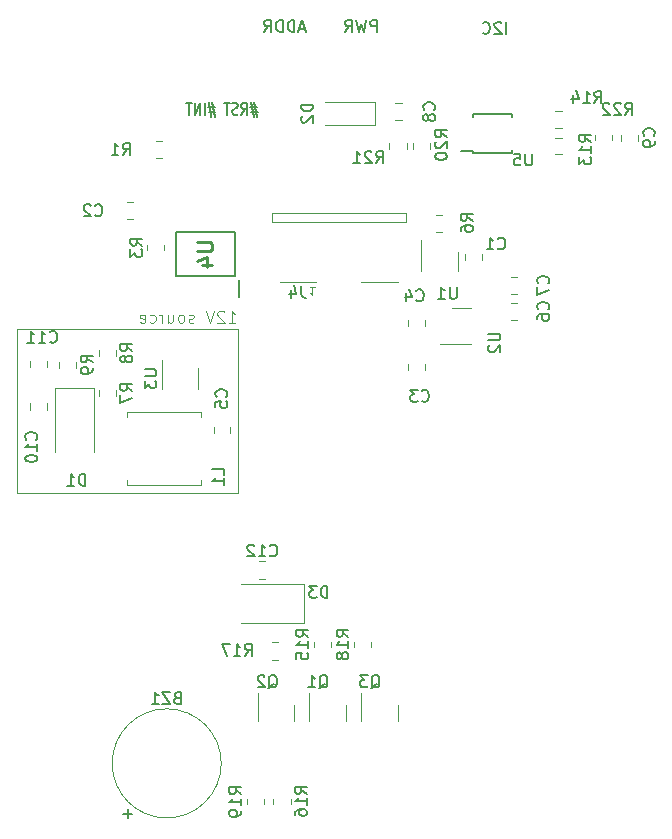
<source format=gbr>
%TF.GenerationSoftware,KiCad,Pcbnew,7.0.5.1-1-g8f565ef7f0-dirty-deb11*%
%TF.CreationDate,2023-07-05T01:41:21+00:00*%
%TF.ProjectId,OLED01,4f4c4544-3031-42e6-9b69-6361645f7063,rev?*%
%TF.SameCoordinates,PX72ba1e0PY737d6e0*%
%TF.FileFunction,Legend,Bot*%
%TF.FilePolarity,Positive*%
%FSLAX46Y46*%
G04 Gerber Fmt 4.6, Leading zero omitted, Abs format (unit mm)*
G04 Created by KiCad (PCBNEW 7.0.5.1-1-g8f565ef7f0-dirty-deb11) date 2023-07-05 01:41:21*
%MOMM*%
%LPD*%
G01*
G04 APERTURE LIST*
%ADD10C,0.120000*%
%ADD11C,0.100000*%
%ADD12C,0.150000*%
%ADD13C,0.254000*%
%ADD14C,0.200000*%
G04 APERTURE END LIST*
D10*
X-1875000Y38800000D02*
X16900000Y38800000D01*
X16900000Y24900000D01*
X-1875000Y24900000D01*
X-1875000Y38800000D01*
D11*
X16076191Y39342581D02*
X16647619Y39342581D01*
X16361905Y39342581D02*
X16361905Y40342581D01*
X16361905Y40342581D02*
X16457143Y40199724D01*
X16457143Y40199724D02*
X16552381Y40104486D01*
X16552381Y40104486D02*
X16647619Y40056867D01*
X15695238Y40247343D02*
X15647619Y40294962D01*
X15647619Y40294962D02*
X15552381Y40342581D01*
X15552381Y40342581D02*
X15314286Y40342581D01*
X15314286Y40342581D02*
X15219048Y40294962D01*
X15219048Y40294962D02*
X15171429Y40247343D01*
X15171429Y40247343D02*
X15123810Y40152105D01*
X15123810Y40152105D02*
X15123810Y40056867D01*
X15123810Y40056867D02*
X15171429Y39914010D01*
X15171429Y39914010D02*
X15742857Y39342581D01*
X15742857Y39342581D02*
X15123810Y39342581D01*
X14838095Y40342581D02*
X14504762Y39342581D01*
X14504762Y39342581D02*
X14171429Y40342581D01*
X13123809Y39390200D02*
X13028571Y39342581D01*
X13028571Y39342581D02*
X12838095Y39342581D01*
X12838095Y39342581D02*
X12742857Y39390200D01*
X12742857Y39390200D02*
X12695238Y39485439D01*
X12695238Y39485439D02*
X12695238Y39533058D01*
X12695238Y39533058D02*
X12742857Y39628296D01*
X12742857Y39628296D02*
X12838095Y39675915D01*
X12838095Y39675915D02*
X12980952Y39675915D01*
X12980952Y39675915D02*
X13076190Y39723534D01*
X13076190Y39723534D02*
X13123809Y39818772D01*
X13123809Y39818772D02*
X13123809Y39866391D01*
X13123809Y39866391D02*
X13076190Y39961629D01*
X13076190Y39961629D02*
X12980952Y40009248D01*
X12980952Y40009248D02*
X12838095Y40009248D01*
X12838095Y40009248D02*
X12742857Y39961629D01*
X12123809Y39342581D02*
X12219047Y39390200D01*
X12219047Y39390200D02*
X12266666Y39437820D01*
X12266666Y39437820D02*
X12314285Y39533058D01*
X12314285Y39533058D02*
X12314285Y39818772D01*
X12314285Y39818772D02*
X12266666Y39914010D01*
X12266666Y39914010D02*
X12219047Y39961629D01*
X12219047Y39961629D02*
X12123809Y40009248D01*
X12123809Y40009248D02*
X11980952Y40009248D01*
X11980952Y40009248D02*
X11885714Y39961629D01*
X11885714Y39961629D02*
X11838095Y39914010D01*
X11838095Y39914010D02*
X11790476Y39818772D01*
X11790476Y39818772D02*
X11790476Y39533058D01*
X11790476Y39533058D02*
X11838095Y39437820D01*
X11838095Y39437820D02*
X11885714Y39390200D01*
X11885714Y39390200D02*
X11980952Y39342581D01*
X11980952Y39342581D02*
X12123809Y39342581D01*
X10933333Y40009248D02*
X10933333Y39342581D01*
X11361904Y40009248D02*
X11361904Y39485439D01*
X11361904Y39485439D02*
X11314285Y39390200D01*
X11314285Y39390200D02*
X11219047Y39342581D01*
X11219047Y39342581D02*
X11076190Y39342581D01*
X11076190Y39342581D02*
X10980952Y39390200D01*
X10980952Y39390200D02*
X10933333Y39437820D01*
X10457142Y39342581D02*
X10457142Y40009248D01*
X10457142Y39818772D02*
X10409523Y39914010D01*
X10409523Y39914010D02*
X10361904Y39961629D01*
X10361904Y39961629D02*
X10266666Y40009248D01*
X10266666Y40009248D02*
X10171428Y40009248D01*
X9409523Y39390200D02*
X9504761Y39342581D01*
X9504761Y39342581D02*
X9695237Y39342581D01*
X9695237Y39342581D02*
X9790475Y39390200D01*
X9790475Y39390200D02*
X9838094Y39437820D01*
X9838094Y39437820D02*
X9885713Y39533058D01*
X9885713Y39533058D02*
X9885713Y39818772D01*
X9885713Y39818772D02*
X9838094Y39914010D01*
X9838094Y39914010D02*
X9790475Y39961629D01*
X9790475Y39961629D02*
X9695237Y40009248D01*
X9695237Y40009248D02*
X9504761Y40009248D01*
X9504761Y40009248D02*
X9409523Y39961629D01*
X8599999Y39390200D02*
X8695237Y39342581D01*
X8695237Y39342581D02*
X8885713Y39342581D01*
X8885713Y39342581D02*
X8980951Y39390200D01*
X8980951Y39390200D02*
X9028570Y39485439D01*
X9028570Y39485439D02*
X9028570Y39866391D01*
X9028570Y39866391D02*
X8980951Y39961629D01*
X8980951Y39961629D02*
X8885713Y40009248D01*
X8885713Y40009248D02*
X8695237Y40009248D01*
X8695237Y40009248D02*
X8599999Y39961629D01*
X8599999Y39961629D02*
X8552380Y39866391D01*
X8552380Y39866391D02*
X8552380Y39771153D01*
X8552380Y39771153D02*
X9028570Y39675915D01*
D12*
X18452381Y57611848D02*
X17880952Y57611848D01*
X18223809Y58040420D02*
X18452381Y56754705D01*
X17957142Y57183277D02*
X18528571Y57183277D01*
X18185714Y56754705D02*
X17957142Y58040420D01*
X17157142Y56945181D02*
X17423809Y57421372D01*
X17614285Y56945181D02*
X17614285Y57945181D01*
X17614285Y57945181D02*
X17309523Y57945181D01*
X17309523Y57945181D02*
X17233333Y57897562D01*
X17233333Y57897562D02*
X17195238Y57849943D01*
X17195238Y57849943D02*
X17157142Y57754705D01*
X17157142Y57754705D02*
X17157142Y57611848D01*
X17157142Y57611848D02*
X17195238Y57516610D01*
X17195238Y57516610D02*
X17233333Y57468991D01*
X17233333Y57468991D02*
X17309523Y57421372D01*
X17309523Y57421372D02*
X17614285Y57421372D01*
X16852381Y56992800D02*
X16738095Y56945181D01*
X16738095Y56945181D02*
X16547619Y56945181D01*
X16547619Y56945181D02*
X16471428Y56992800D01*
X16471428Y56992800D02*
X16433333Y57040420D01*
X16433333Y57040420D02*
X16395238Y57135658D01*
X16395238Y57135658D02*
X16395238Y57230896D01*
X16395238Y57230896D02*
X16433333Y57326134D01*
X16433333Y57326134D02*
X16471428Y57373753D01*
X16471428Y57373753D02*
X16547619Y57421372D01*
X16547619Y57421372D02*
X16700000Y57468991D01*
X16700000Y57468991D02*
X16776190Y57516610D01*
X16776190Y57516610D02*
X16814285Y57564229D01*
X16814285Y57564229D02*
X16852381Y57659467D01*
X16852381Y57659467D02*
X16852381Y57754705D01*
X16852381Y57754705D02*
X16814285Y57849943D01*
X16814285Y57849943D02*
X16776190Y57897562D01*
X16776190Y57897562D02*
X16700000Y57945181D01*
X16700000Y57945181D02*
X16509523Y57945181D01*
X16509523Y57945181D02*
X16395238Y57897562D01*
X16166666Y57945181D02*
X15709523Y57945181D01*
X15938095Y56945181D02*
X15938095Y57945181D01*
X14871428Y57611848D02*
X14299999Y57611848D01*
X14642856Y58040420D02*
X14871428Y56754705D01*
X14376189Y57183277D02*
X14947618Y57183277D01*
X14604761Y56754705D02*
X14376189Y58040420D01*
X14033332Y56945181D02*
X14033332Y57945181D01*
X13652380Y56945181D02*
X13652380Y57945181D01*
X13652380Y57945181D02*
X13195237Y56945181D01*
X13195237Y56945181D02*
X13195237Y57945181D01*
X12928571Y57945181D02*
X12471428Y57945181D01*
X12700000Y56945181D02*
X12700000Y57945181D01*
X39576189Y63795181D02*
X39576189Y64795181D01*
X39147618Y64699943D02*
X39099999Y64747562D01*
X39099999Y64747562D02*
X39004761Y64795181D01*
X39004761Y64795181D02*
X38766666Y64795181D01*
X38766666Y64795181D02*
X38671428Y64747562D01*
X38671428Y64747562D02*
X38623809Y64699943D01*
X38623809Y64699943D02*
X38576190Y64604705D01*
X38576190Y64604705D02*
X38576190Y64509467D01*
X38576190Y64509467D02*
X38623809Y64366610D01*
X38623809Y64366610D02*
X39195237Y63795181D01*
X39195237Y63795181D02*
X38576190Y63795181D01*
X37576190Y63890420D02*
X37623809Y63842800D01*
X37623809Y63842800D02*
X37766666Y63795181D01*
X37766666Y63795181D02*
X37861904Y63795181D01*
X37861904Y63795181D02*
X38004761Y63842800D01*
X38004761Y63842800D02*
X38099999Y63938039D01*
X38099999Y63938039D02*
X38147618Y64033277D01*
X38147618Y64033277D02*
X38195237Y64223753D01*
X38195237Y64223753D02*
X38195237Y64366610D01*
X38195237Y64366610D02*
X38147618Y64557086D01*
X38147618Y64557086D02*
X38099999Y64652324D01*
X38099999Y64652324D02*
X38004761Y64747562D01*
X38004761Y64747562D02*
X37861904Y64795181D01*
X37861904Y64795181D02*
X37766666Y64795181D01*
X37766666Y64795181D02*
X37623809Y64747562D01*
X37623809Y64747562D02*
X37576190Y64699943D01*
X28633332Y63945181D02*
X28633332Y64945181D01*
X28633332Y64945181D02*
X28252380Y64945181D01*
X28252380Y64945181D02*
X28157142Y64897562D01*
X28157142Y64897562D02*
X28109523Y64849943D01*
X28109523Y64849943D02*
X28061904Y64754705D01*
X28061904Y64754705D02*
X28061904Y64611848D01*
X28061904Y64611848D02*
X28109523Y64516610D01*
X28109523Y64516610D02*
X28157142Y64468991D01*
X28157142Y64468991D02*
X28252380Y64421372D01*
X28252380Y64421372D02*
X28633332Y64421372D01*
X27728570Y64945181D02*
X27490475Y63945181D01*
X27490475Y63945181D02*
X27299999Y64659467D01*
X27299999Y64659467D02*
X27109523Y63945181D01*
X27109523Y63945181D02*
X26871428Y64945181D01*
X25919047Y63945181D02*
X26252380Y64421372D01*
X26490475Y63945181D02*
X26490475Y64945181D01*
X26490475Y64945181D02*
X26109523Y64945181D01*
X26109523Y64945181D02*
X26014285Y64897562D01*
X26014285Y64897562D02*
X25966666Y64849943D01*
X25966666Y64849943D02*
X25919047Y64754705D01*
X25919047Y64754705D02*
X25919047Y64611848D01*
X25919047Y64611848D02*
X25966666Y64516610D01*
X25966666Y64516610D02*
X26014285Y64468991D01*
X26014285Y64468991D02*
X26109523Y64421372D01*
X26109523Y64421372D02*
X26490475Y64421372D01*
X22538094Y64230896D02*
X22061904Y64230896D01*
X22633332Y63945181D02*
X22299999Y64945181D01*
X22299999Y64945181D02*
X21966666Y63945181D01*
X21633332Y63945181D02*
X21633332Y64945181D01*
X21633332Y64945181D02*
X21395237Y64945181D01*
X21395237Y64945181D02*
X21252380Y64897562D01*
X21252380Y64897562D02*
X21157142Y64802324D01*
X21157142Y64802324D02*
X21109523Y64707086D01*
X21109523Y64707086D02*
X21061904Y64516610D01*
X21061904Y64516610D02*
X21061904Y64373753D01*
X21061904Y64373753D02*
X21109523Y64183277D01*
X21109523Y64183277D02*
X21157142Y64088039D01*
X21157142Y64088039D02*
X21252380Y63992800D01*
X21252380Y63992800D02*
X21395237Y63945181D01*
X21395237Y63945181D02*
X21633332Y63945181D01*
X20633332Y63945181D02*
X20633332Y64945181D01*
X20633332Y64945181D02*
X20395237Y64945181D01*
X20395237Y64945181D02*
X20252380Y64897562D01*
X20252380Y64897562D02*
X20157142Y64802324D01*
X20157142Y64802324D02*
X20109523Y64707086D01*
X20109523Y64707086D02*
X20061904Y64516610D01*
X20061904Y64516610D02*
X20061904Y64373753D01*
X20061904Y64373753D02*
X20109523Y64183277D01*
X20109523Y64183277D02*
X20157142Y64088039D01*
X20157142Y64088039D02*
X20252380Y63992800D01*
X20252380Y63992800D02*
X20395237Y63945181D01*
X20395237Y63945181D02*
X20633332Y63945181D01*
X19061904Y63945181D02*
X19395237Y64421372D01*
X19633332Y63945181D02*
X19633332Y64945181D01*
X19633332Y64945181D02*
X19252380Y64945181D01*
X19252380Y64945181D02*
X19157142Y64897562D01*
X19157142Y64897562D02*
X19109523Y64849943D01*
X19109523Y64849943D02*
X19061904Y64754705D01*
X19061904Y64754705D02*
X19061904Y64611848D01*
X19061904Y64611848D02*
X19109523Y64516610D01*
X19109523Y64516610D02*
X19157142Y64468991D01*
X19157142Y64468991D02*
X19252380Y64421372D01*
X19252380Y64421372D02*
X19633332Y64421372D01*
%TO.C,R22*%
X49642857Y56945181D02*
X49976190Y57421372D01*
X50214285Y56945181D02*
X50214285Y57945181D01*
X50214285Y57945181D02*
X49833333Y57945181D01*
X49833333Y57945181D02*
X49738095Y57897562D01*
X49738095Y57897562D02*
X49690476Y57849943D01*
X49690476Y57849943D02*
X49642857Y57754705D01*
X49642857Y57754705D02*
X49642857Y57611848D01*
X49642857Y57611848D02*
X49690476Y57516610D01*
X49690476Y57516610D02*
X49738095Y57468991D01*
X49738095Y57468991D02*
X49833333Y57421372D01*
X49833333Y57421372D02*
X50214285Y57421372D01*
X49261904Y57849943D02*
X49214285Y57897562D01*
X49214285Y57897562D02*
X49119047Y57945181D01*
X49119047Y57945181D02*
X48880952Y57945181D01*
X48880952Y57945181D02*
X48785714Y57897562D01*
X48785714Y57897562D02*
X48738095Y57849943D01*
X48738095Y57849943D02*
X48690476Y57754705D01*
X48690476Y57754705D02*
X48690476Y57659467D01*
X48690476Y57659467D02*
X48738095Y57516610D01*
X48738095Y57516610D02*
X49309523Y56945181D01*
X49309523Y56945181D02*
X48690476Y56945181D01*
X48309523Y57849943D02*
X48261904Y57897562D01*
X48261904Y57897562D02*
X48166666Y57945181D01*
X48166666Y57945181D02*
X47928571Y57945181D01*
X47928571Y57945181D02*
X47833333Y57897562D01*
X47833333Y57897562D02*
X47785714Y57849943D01*
X47785714Y57849943D02*
X47738095Y57754705D01*
X47738095Y57754705D02*
X47738095Y57659467D01*
X47738095Y57659467D02*
X47785714Y57516610D01*
X47785714Y57516610D02*
X48357142Y56945181D01*
X48357142Y56945181D02*
X47738095Y56945181D01*
%TO.C,L1*%
X15654819Y26466667D02*
X15654819Y26942857D01*
X15654819Y26942857D02*
X14654819Y26942857D01*
X15654819Y25609524D02*
X15654819Y26180952D01*
X15654819Y25895238D02*
X14654819Y25895238D01*
X14654819Y25895238D02*
X14797676Y25990476D01*
X14797676Y25990476D02*
X14892914Y26085714D01*
X14892914Y26085714D02*
X14940533Y26180952D01*
%TO.C,R19*%
X17129819Y-582142D02*
X16653628Y-248809D01*
X17129819Y-10714D02*
X16129819Y-10714D01*
X16129819Y-10714D02*
X16129819Y-391666D01*
X16129819Y-391666D02*
X16177438Y-486904D01*
X16177438Y-486904D02*
X16225057Y-534523D01*
X16225057Y-534523D02*
X16320295Y-582142D01*
X16320295Y-582142D02*
X16463152Y-582142D01*
X16463152Y-582142D02*
X16558390Y-534523D01*
X16558390Y-534523D02*
X16606009Y-486904D01*
X16606009Y-486904D02*
X16653628Y-391666D01*
X16653628Y-391666D02*
X16653628Y-10714D01*
X17129819Y-1534523D02*
X17129819Y-963095D01*
X17129819Y-1248809D02*
X16129819Y-1248809D01*
X16129819Y-1248809D02*
X16272676Y-1153571D01*
X16272676Y-1153571D02*
X16367914Y-1058333D01*
X16367914Y-1058333D02*
X16415533Y-963095D01*
X17129819Y-2010714D02*
X17129819Y-2201190D01*
X17129819Y-2201190D02*
X17082200Y-2296428D01*
X17082200Y-2296428D02*
X17034580Y-2344047D01*
X17034580Y-2344047D02*
X16891723Y-2439285D01*
X16891723Y-2439285D02*
X16701247Y-2486904D01*
X16701247Y-2486904D02*
X16320295Y-2486904D01*
X16320295Y-2486904D02*
X16225057Y-2439285D01*
X16225057Y-2439285D02*
X16177438Y-2391666D01*
X16177438Y-2391666D02*
X16129819Y-2296428D01*
X16129819Y-2296428D02*
X16129819Y-2105952D01*
X16129819Y-2105952D02*
X16177438Y-2010714D01*
X16177438Y-2010714D02*
X16225057Y-1963095D01*
X16225057Y-1963095D02*
X16320295Y-1915476D01*
X16320295Y-1915476D02*
X16558390Y-1915476D01*
X16558390Y-1915476D02*
X16653628Y-1963095D01*
X16653628Y-1963095D02*
X16701247Y-2010714D01*
X16701247Y-2010714D02*
X16748866Y-2105952D01*
X16748866Y-2105952D02*
X16748866Y-2296428D01*
X16748866Y-2296428D02*
X16701247Y-2391666D01*
X16701247Y-2391666D02*
X16653628Y-2439285D01*
X16653628Y-2439285D02*
X16558390Y-2486904D01*
%TO.C,U3*%
X8955160Y35385552D02*
X9764683Y35385552D01*
X9764683Y35385552D02*
X9859921Y35337933D01*
X9859921Y35337933D02*
X9907541Y35290314D01*
X9907541Y35290314D02*
X9955160Y35195076D01*
X9955160Y35195076D02*
X9955160Y35004600D01*
X9955160Y35004600D02*
X9907541Y34909362D01*
X9907541Y34909362D02*
X9859921Y34861743D01*
X9859921Y34861743D02*
X9764683Y34814124D01*
X9764683Y34814124D02*
X8955160Y34814124D01*
X8955160Y34433171D02*
X8955160Y33814124D01*
X8955160Y33814124D02*
X9336112Y34147457D01*
X9336112Y34147457D02*
X9336112Y34004600D01*
X9336112Y34004600D02*
X9383731Y33909362D01*
X9383731Y33909362D02*
X9431350Y33861743D01*
X9431350Y33861743D02*
X9526588Y33814124D01*
X9526588Y33814124D02*
X9764683Y33814124D01*
X9764683Y33814124D02*
X9859921Y33861743D01*
X9859921Y33861743D02*
X9907541Y33909362D01*
X9907541Y33909362D02*
X9955160Y34004600D01*
X9955160Y34004600D02*
X9955160Y34290314D01*
X9955160Y34290314D02*
X9907541Y34385552D01*
X9907541Y34385552D02*
X9859921Y34433171D01*
%TO.C,Q1*%
X23720238Y8374943D02*
X23815476Y8422562D01*
X23815476Y8422562D02*
X23910714Y8517800D01*
X23910714Y8517800D02*
X24053571Y8660658D01*
X24053571Y8660658D02*
X24148809Y8708277D01*
X24148809Y8708277D02*
X24244047Y8708277D01*
X24196428Y8470181D02*
X24291666Y8517800D01*
X24291666Y8517800D02*
X24386904Y8613039D01*
X24386904Y8613039D02*
X24434523Y8803515D01*
X24434523Y8803515D02*
X24434523Y9136848D01*
X24434523Y9136848D02*
X24386904Y9327324D01*
X24386904Y9327324D02*
X24291666Y9422562D01*
X24291666Y9422562D02*
X24196428Y9470181D01*
X24196428Y9470181D02*
X24005952Y9470181D01*
X24005952Y9470181D02*
X23910714Y9422562D01*
X23910714Y9422562D02*
X23815476Y9327324D01*
X23815476Y9327324D02*
X23767857Y9136848D01*
X23767857Y9136848D02*
X23767857Y8803515D01*
X23767857Y8803515D02*
X23815476Y8613039D01*
X23815476Y8613039D02*
X23910714Y8517800D01*
X23910714Y8517800D02*
X24005952Y8470181D01*
X24005952Y8470181D02*
X24196428Y8470181D01*
X22815476Y8470181D02*
X23386904Y8470181D01*
X23101190Y8470181D02*
X23101190Y9470181D01*
X23101190Y9470181D02*
X23196428Y9327324D01*
X23196428Y9327324D02*
X23291666Y9232086D01*
X23291666Y9232086D02*
X23386904Y9184467D01*
%TO.C,C4*%
X31966666Y41240420D02*
X32014285Y41192800D01*
X32014285Y41192800D02*
X32157142Y41145181D01*
X32157142Y41145181D02*
X32252380Y41145181D01*
X32252380Y41145181D02*
X32395237Y41192800D01*
X32395237Y41192800D02*
X32490475Y41288039D01*
X32490475Y41288039D02*
X32538094Y41383277D01*
X32538094Y41383277D02*
X32585713Y41573753D01*
X32585713Y41573753D02*
X32585713Y41716610D01*
X32585713Y41716610D02*
X32538094Y41907086D01*
X32538094Y41907086D02*
X32490475Y42002324D01*
X32490475Y42002324D02*
X32395237Y42097562D01*
X32395237Y42097562D02*
X32252380Y42145181D01*
X32252380Y42145181D02*
X32157142Y42145181D01*
X32157142Y42145181D02*
X32014285Y42097562D01*
X32014285Y42097562D02*
X31966666Y42049943D01*
X31109523Y41811848D02*
X31109523Y41145181D01*
X31347618Y42192800D02*
X31585713Y41478515D01*
X31585713Y41478515D02*
X30966666Y41478515D01*
%TO.C,R1*%
X7104167Y53545181D02*
X7437500Y54021372D01*
X7675595Y53545181D02*
X7675595Y54545181D01*
X7675595Y54545181D02*
X7294643Y54545181D01*
X7294643Y54545181D02*
X7199405Y54497562D01*
X7199405Y54497562D02*
X7151786Y54449943D01*
X7151786Y54449943D02*
X7104167Y54354705D01*
X7104167Y54354705D02*
X7104167Y54211848D01*
X7104167Y54211848D02*
X7151786Y54116610D01*
X7151786Y54116610D02*
X7199405Y54068991D01*
X7199405Y54068991D02*
X7294643Y54021372D01*
X7294643Y54021372D02*
X7675595Y54021372D01*
X6151786Y53545181D02*
X6723214Y53545181D01*
X6437500Y53545181D02*
X6437500Y54545181D01*
X6437500Y54545181D02*
X6532738Y54402324D01*
X6532738Y54402324D02*
X6627976Y54307086D01*
X6627976Y54307086D02*
X6723214Y54259467D01*
%TO.C,D2*%
X23204819Y57788095D02*
X22204819Y57788095D01*
X22204819Y57788095D02*
X22204819Y57550000D01*
X22204819Y57550000D02*
X22252438Y57407143D01*
X22252438Y57407143D02*
X22347676Y57311905D01*
X22347676Y57311905D02*
X22442914Y57264286D01*
X22442914Y57264286D02*
X22633390Y57216667D01*
X22633390Y57216667D02*
X22776247Y57216667D01*
X22776247Y57216667D02*
X22966723Y57264286D01*
X22966723Y57264286D02*
X23061961Y57311905D01*
X23061961Y57311905D02*
X23157200Y57407143D01*
X23157200Y57407143D02*
X23204819Y57550000D01*
X23204819Y57550000D02*
X23204819Y57788095D01*
X22300057Y56835714D02*
X22252438Y56788095D01*
X22252438Y56788095D02*
X22204819Y56692857D01*
X22204819Y56692857D02*
X22204819Y56454762D01*
X22204819Y56454762D02*
X22252438Y56359524D01*
X22252438Y56359524D02*
X22300057Y56311905D01*
X22300057Y56311905D02*
X22395295Y56264286D01*
X22395295Y56264286D02*
X22490533Y56264286D01*
X22490533Y56264286D02*
X22633390Y56311905D01*
X22633390Y56311905D02*
X23204819Y56883333D01*
X23204819Y56883333D02*
X23204819Y56264286D01*
%TO.C,C8*%
X33459580Y57366667D02*
X33507200Y57414286D01*
X33507200Y57414286D02*
X33554819Y57557143D01*
X33554819Y57557143D02*
X33554819Y57652381D01*
X33554819Y57652381D02*
X33507200Y57795238D01*
X33507200Y57795238D02*
X33411961Y57890476D01*
X33411961Y57890476D02*
X33316723Y57938095D01*
X33316723Y57938095D02*
X33126247Y57985714D01*
X33126247Y57985714D02*
X32983390Y57985714D01*
X32983390Y57985714D02*
X32792914Y57938095D01*
X32792914Y57938095D02*
X32697676Y57890476D01*
X32697676Y57890476D02*
X32602438Y57795238D01*
X32602438Y57795238D02*
X32554819Y57652381D01*
X32554819Y57652381D02*
X32554819Y57557143D01*
X32554819Y57557143D02*
X32602438Y57414286D01*
X32602438Y57414286D02*
X32650057Y57366667D01*
X32983390Y56795238D02*
X32935771Y56890476D01*
X32935771Y56890476D02*
X32888152Y56938095D01*
X32888152Y56938095D02*
X32792914Y56985714D01*
X32792914Y56985714D02*
X32745295Y56985714D01*
X32745295Y56985714D02*
X32650057Y56938095D01*
X32650057Y56938095D02*
X32602438Y56890476D01*
X32602438Y56890476D02*
X32554819Y56795238D01*
X32554819Y56795238D02*
X32554819Y56604762D01*
X32554819Y56604762D02*
X32602438Y56509524D01*
X32602438Y56509524D02*
X32650057Y56461905D01*
X32650057Y56461905D02*
X32745295Y56414286D01*
X32745295Y56414286D02*
X32792914Y56414286D01*
X32792914Y56414286D02*
X32888152Y56461905D01*
X32888152Y56461905D02*
X32935771Y56509524D01*
X32935771Y56509524D02*
X32983390Y56604762D01*
X32983390Y56604762D02*
X32983390Y56795238D01*
X32983390Y56795238D02*
X33031009Y56890476D01*
X33031009Y56890476D02*
X33078628Y56938095D01*
X33078628Y56938095D02*
X33173866Y56985714D01*
X33173866Y56985714D02*
X33364342Y56985714D01*
X33364342Y56985714D02*
X33459580Y56938095D01*
X33459580Y56938095D02*
X33507200Y56890476D01*
X33507200Y56890476D02*
X33554819Y56795238D01*
X33554819Y56795238D02*
X33554819Y56604762D01*
X33554819Y56604762D02*
X33507200Y56509524D01*
X33507200Y56509524D02*
X33459580Y56461905D01*
X33459580Y56461905D02*
X33364342Y56414286D01*
X33364342Y56414286D02*
X33173866Y56414286D01*
X33173866Y56414286D02*
X33078628Y56461905D01*
X33078628Y56461905D02*
X33031009Y56509524D01*
X33031009Y56509524D02*
X32983390Y56604762D01*
%TO.C,R13*%
X46754819Y54642858D02*
X46278628Y54976191D01*
X46754819Y55214286D02*
X45754819Y55214286D01*
X45754819Y55214286D02*
X45754819Y54833334D01*
X45754819Y54833334D02*
X45802438Y54738096D01*
X45802438Y54738096D02*
X45850057Y54690477D01*
X45850057Y54690477D02*
X45945295Y54642858D01*
X45945295Y54642858D02*
X46088152Y54642858D01*
X46088152Y54642858D02*
X46183390Y54690477D01*
X46183390Y54690477D02*
X46231009Y54738096D01*
X46231009Y54738096D02*
X46278628Y54833334D01*
X46278628Y54833334D02*
X46278628Y55214286D01*
X46754819Y53690477D02*
X46754819Y54261905D01*
X46754819Y53976191D02*
X45754819Y53976191D01*
X45754819Y53976191D02*
X45897676Y54071429D01*
X45897676Y54071429D02*
X45992914Y54166667D01*
X45992914Y54166667D02*
X46040533Y54261905D01*
X45754819Y53357143D02*
X45754819Y52738096D01*
X45754819Y52738096D02*
X46135771Y53071429D01*
X46135771Y53071429D02*
X46135771Y52928572D01*
X46135771Y52928572D02*
X46183390Y52833334D01*
X46183390Y52833334D02*
X46231009Y52785715D01*
X46231009Y52785715D02*
X46326247Y52738096D01*
X46326247Y52738096D02*
X46564342Y52738096D01*
X46564342Y52738096D02*
X46659580Y52785715D01*
X46659580Y52785715D02*
X46707200Y52833334D01*
X46707200Y52833334D02*
X46754819Y52928572D01*
X46754819Y52928572D02*
X46754819Y53214286D01*
X46754819Y53214286D02*
X46707200Y53309524D01*
X46707200Y53309524D02*
X46659580Y53357143D01*
%TO.C,D1*%
X3938094Y25545181D02*
X3938094Y26545181D01*
X3938094Y26545181D02*
X3699999Y26545181D01*
X3699999Y26545181D02*
X3557142Y26497562D01*
X3557142Y26497562D02*
X3461904Y26402324D01*
X3461904Y26402324D02*
X3414285Y26307086D01*
X3414285Y26307086D02*
X3366666Y26116610D01*
X3366666Y26116610D02*
X3366666Y25973753D01*
X3366666Y25973753D02*
X3414285Y25783277D01*
X3414285Y25783277D02*
X3461904Y25688039D01*
X3461904Y25688039D02*
X3557142Y25592800D01*
X3557142Y25592800D02*
X3699999Y25545181D01*
X3699999Y25545181D02*
X3938094Y25545181D01*
X2414285Y25545181D02*
X2985713Y25545181D01*
X2699999Y25545181D02*
X2699999Y26545181D01*
X2699999Y26545181D02*
X2795237Y26402324D01*
X2795237Y26402324D02*
X2890475Y26307086D01*
X2890475Y26307086D02*
X2985713Y26259467D01*
%TO.C,U2*%
X38067319Y38411905D02*
X38876842Y38411905D01*
X38876842Y38411905D02*
X38972080Y38364286D01*
X38972080Y38364286D02*
X39019700Y38316667D01*
X39019700Y38316667D02*
X39067319Y38221429D01*
X39067319Y38221429D02*
X39067319Y38030953D01*
X39067319Y38030953D02*
X39019700Y37935715D01*
X39019700Y37935715D02*
X38972080Y37888096D01*
X38972080Y37888096D02*
X38876842Y37840477D01*
X38876842Y37840477D02*
X38067319Y37840477D01*
X38162557Y37411905D02*
X38114938Y37364286D01*
X38114938Y37364286D02*
X38067319Y37269048D01*
X38067319Y37269048D02*
X38067319Y37030953D01*
X38067319Y37030953D02*
X38114938Y36935715D01*
X38114938Y36935715D02*
X38162557Y36888096D01*
X38162557Y36888096D02*
X38257795Y36840477D01*
X38257795Y36840477D02*
X38353033Y36840477D01*
X38353033Y36840477D02*
X38495890Y36888096D01*
X38495890Y36888096D02*
X39067319Y37459524D01*
X39067319Y37459524D02*
X39067319Y36840477D01*
%TO.C,R20*%
X34554819Y55042858D02*
X34078628Y55376191D01*
X34554819Y55614286D02*
X33554819Y55614286D01*
X33554819Y55614286D02*
X33554819Y55233334D01*
X33554819Y55233334D02*
X33602438Y55138096D01*
X33602438Y55138096D02*
X33650057Y55090477D01*
X33650057Y55090477D02*
X33745295Y55042858D01*
X33745295Y55042858D02*
X33888152Y55042858D01*
X33888152Y55042858D02*
X33983390Y55090477D01*
X33983390Y55090477D02*
X34031009Y55138096D01*
X34031009Y55138096D02*
X34078628Y55233334D01*
X34078628Y55233334D02*
X34078628Y55614286D01*
X33650057Y54661905D02*
X33602438Y54614286D01*
X33602438Y54614286D02*
X33554819Y54519048D01*
X33554819Y54519048D02*
X33554819Y54280953D01*
X33554819Y54280953D02*
X33602438Y54185715D01*
X33602438Y54185715D02*
X33650057Y54138096D01*
X33650057Y54138096D02*
X33745295Y54090477D01*
X33745295Y54090477D02*
X33840533Y54090477D01*
X33840533Y54090477D02*
X33983390Y54138096D01*
X33983390Y54138096D02*
X34554819Y54709524D01*
X34554819Y54709524D02*
X34554819Y54090477D01*
X33554819Y53471429D02*
X33554819Y53376191D01*
X33554819Y53376191D02*
X33602438Y53280953D01*
X33602438Y53280953D02*
X33650057Y53233334D01*
X33650057Y53233334D02*
X33745295Y53185715D01*
X33745295Y53185715D02*
X33935771Y53138096D01*
X33935771Y53138096D02*
X34173866Y53138096D01*
X34173866Y53138096D02*
X34364342Y53185715D01*
X34364342Y53185715D02*
X34459580Y53233334D01*
X34459580Y53233334D02*
X34507200Y53280953D01*
X34507200Y53280953D02*
X34554819Y53376191D01*
X34554819Y53376191D02*
X34554819Y53471429D01*
X34554819Y53471429D02*
X34507200Y53566667D01*
X34507200Y53566667D02*
X34459580Y53614286D01*
X34459580Y53614286D02*
X34364342Y53661905D01*
X34364342Y53661905D02*
X34173866Y53709524D01*
X34173866Y53709524D02*
X33935771Y53709524D01*
X33935771Y53709524D02*
X33745295Y53661905D01*
X33745295Y53661905D02*
X33650057Y53614286D01*
X33650057Y53614286D02*
X33602438Y53566667D01*
X33602438Y53566667D02*
X33554819Y53471429D01*
%TO.C,R17*%
X17442857Y11145181D02*
X17776190Y11621372D01*
X18014285Y11145181D02*
X18014285Y12145181D01*
X18014285Y12145181D02*
X17633333Y12145181D01*
X17633333Y12145181D02*
X17538095Y12097562D01*
X17538095Y12097562D02*
X17490476Y12049943D01*
X17490476Y12049943D02*
X17442857Y11954705D01*
X17442857Y11954705D02*
X17442857Y11811848D01*
X17442857Y11811848D02*
X17490476Y11716610D01*
X17490476Y11716610D02*
X17538095Y11668991D01*
X17538095Y11668991D02*
X17633333Y11621372D01*
X17633333Y11621372D02*
X18014285Y11621372D01*
X16490476Y11145181D02*
X17061904Y11145181D01*
X16776190Y11145181D02*
X16776190Y12145181D01*
X16776190Y12145181D02*
X16871428Y12002324D01*
X16871428Y12002324D02*
X16966666Y11907086D01*
X16966666Y11907086D02*
X17061904Y11859467D01*
X16157142Y12145181D02*
X15490476Y12145181D01*
X15490476Y12145181D02*
X15919047Y11145181D01*
%TO.C,J4*%
X22233333Y42445181D02*
X22233333Y41730896D01*
X22233333Y41730896D02*
X22280952Y41588039D01*
X22280952Y41588039D02*
X22376190Y41492800D01*
X22376190Y41492800D02*
X22519047Y41445181D01*
X22519047Y41445181D02*
X22614285Y41445181D01*
X21328571Y42111848D02*
X21328571Y41445181D01*
X21566666Y42492800D02*
X21804761Y41778515D01*
X21804761Y41778515D02*
X21185714Y41778515D01*
D11*
X23350000Y42368634D02*
X22950000Y42368634D01*
X23150000Y42368634D02*
X23150000Y41668634D01*
X23150000Y41668634D02*
X23083333Y41768634D01*
X23083333Y41768634D02*
X23016667Y41835300D01*
X23016667Y41835300D02*
X22950000Y41868634D01*
D12*
%TO.C,U5*%
X41761904Y53645181D02*
X41761904Y52835658D01*
X41761904Y52835658D02*
X41714285Y52740420D01*
X41714285Y52740420D02*
X41666666Y52692800D01*
X41666666Y52692800D02*
X41571428Y52645181D01*
X41571428Y52645181D02*
X41380952Y52645181D01*
X41380952Y52645181D02*
X41285714Y52692800D01*
X41285714Y52692800D02*
X41238095Y52740420D01*
X41238095Y52740420D02*
X41190476Y52835658D01*
X41190476Y52835658D02*
X41190476Y53645181D01*
X40238095Y53645181D02*
X40714285Y53645181D01*
X40714285Y53645181D02*
X40761904Y53168991D01*
X40761904Y53168991D02*
X40714285Y53216610D01*
X40714285Y53216610D02*
X40619047Y53264229D01*
X40619047Y53264229D02*
X40380952Y53264229D01*
X40380952Y53264229D02*
X40285714Y53216610D01*
X40285714Y53216610D02*
X40238095Y53168991D01*
X40238095Y53168991D02*
X40190476Y53073753D01*
X40190476Y53073753D02*
X40190476Y52835658D01*
X40190476Y52835658D02*
X40238095Y52740420D01*
X40238095Y52740420D02*
X40285714Y52692800D01*
X40285714Y52692800D02*
X40380952Y52645181D01*
X40380952Y52645181D02*
X40619047Y52645181D01*
X40619047Y52645181D02*
X40714285Y52692800D01*
X40714285Y52692800D02*
X40761904Y52740420D01*
%TO.C,R15*%
X22804819Y12730358D02*
X22328628Y13063691D01*
X22804819Y13301786D02*
X21804819Y13301786D01*
X21804819Y13301786D02*
X21804819Y12920834D01*
X21804819Y12920834D02*
X21852438Y12825596D01*
X21852438Y12825596D02*
X21900057Y12777977D01*
X21900057Y12777977D02*
X21995295Y12730358D01*
X21995295Y12730358D02*
X22138152Y12730358D01*
X22138152Y12730358D02*
X22233390Y12777977D01*
X22233390Y12777977D02*
X22281009Y12825596D01*
X22281009Y12825596D02*
X22328628Y12920834D01*
X22328628Y12920834D02*
X22328628Y13301786D01*
X22804819Y11777977D02*
X22804819Y12349405D01*
X22804819Y12063691D02*
X21804819Y12063691D01*
X21804819Y12063691D02*
X21947676Y12158929D01*
X21947676Y12158929D02*
X22042914Y12254167D01*
X22042914Y12254167D02*
X22090533Y12349405D01*
X21804819Y10873215D02*
X21804819Y11349405D01*
X21804819Y11349405D02*
X22281009Y11397024D01*
X22281009Y11397024D02*
X22233390Y11349405D01*
X22233390Y11349405D02*
X22185771Y11254167D01*
X22185771Y11254167D02*
X22185771Y11016072D01*
X22185771Y11016072D02*
X22233390Y10920834D01*
X22233390Y10920834D02*
X22281009Y10873215D01*
X22281009Y10873215D02*
X22376247Y10825596D01*
X22376247Y10825596D02*
X22614342Y10825596D01*
X22614342Y10825596D02*
X22709580Y10873215D01*
X22709580Y10873215D02*
X22757200Y10920834D01*
X22757200Y10920834D02*
X22804819Y11016072D01*
X22804819Y11016072D02*
X22804819Y11254167D01*
X22804819Y11254167D02*
X22757200Y11349405D01*
X22757200Y11349405D02*
X22709580Y11397024D01*
%TO.C,R7*%
X7904819Y33566667D02*
X7428628Y33900000D01*
X7904819Y34138095D02*
X6904819Y34138095D01*
X6904819Y34138095D02*
X6904819Y33757143D01*
X6904819Y33757143D02*
X6952438Y33661905D01*
X6952438Y33661905D02*
X7000057Y33614286D01*
X7000057Y33614286D02*
X7095295Y33566667D01*
X7095295Y33566667D02*
X7238152Y33566667D01*
X7238152Y33566667D02*
X7333390Y33614286D01*
X7333390Y33614286D02*
X7381009Y33661905D01*
X7381009Y33661905D02*
X7428628Y33757143D01*
X7428628Y33757143D02*
X7428628Y34138095D01*
X6904819Y33233333D02*
X6904819Y32566667D01*
X6904819Y32566667D02*
X7904819Y32995238D01*
%TO.C,Q2*%
X19420238Y8374943D02*
X19515476Y8422562D01*
X19515476Y8422562D02*
X19610714Y8517800D01*
X19610714Y8517800D02*
X19753571Y8660658D01*
X19753571Y8660658D02*
X19848809Y8708277D01*
X19848809Y8708277D02*
X19944047Y8708277D01*
X19896428Y8470181D02*
X19991666Y8517800D01*
X19991666Y8517800D02*
X20086904Y8613039D01*
X20086904Y8613039D02*
X20134523Y8803515D01*
X20134523Y8803515D02*
X20134523Y9136848D01*
X20134523Y9136848D02*
X20086904Y9327324D01*
X20086904Y9327324D02*
X19991666Y9422562D01*
X19991666Y9422562D02*
X19896428Y9470181D01*
X19896428Y9470181D02*
X19705952Y9470181D01*
X19705952Y9470181D02*
X19610714Y9422562D01*
X19610714Y9422562D02*
X19515476Y9327324D01*
X19515476Y9327324D02*
X19467857Y9136848D01*
X19467857Y9136848D02*
X19467857Y8803515D01*
X19467857Y8803515D02*
X19515476Y8613039D01*
X19515476Y8613039D02*
X19610714Y8517800D01*
X19610714Y8517800D02*
X19705952Y8470181D01*
X19705952Y8470181D02*
X19896428Y8470181D01*
X19086904Y9374943D02*
X19039285Y9422562D01*
X19039285Y9422562D02*
X18944047Y9470181D01*
X18944047Y9470181D02*
X18705952Y9470181D01*
X18705952Y9470181D02*
X18610714Y9422562D01*
X18610714Y9422562D02*
X18563095Y9374943D01*
X18563095Y9374943D02*
X18515476Y9279705D01*
X18515476Y9279705D02*
X18515476Y9184467D01*
X18515476Y9184467D02*
X18563095Y9041610D01*
X18563095Y9041610D02*
X19134523Y8470181D01*
X19134523Y8470181D02*
X18515476Y8470181D01*
%TO.C,C7*%
X43109581Y42666667D02*
X43157201Y42714286D01*
X43157201Y42714286D02*
X43204820Y42857143D01*
X43204820Y42857143D02*
X43204820Y42952381D01*
X43204820Y42952381D02*
X43157201Y43095238D01*
X43157201Y43095238D02*
X43061962Y43190476D01*
X43061962Y43190476D02*
X42966724Y43238095D01*
X42966724Y43238095D02*
X42776248Y43285714D01*
X42776248Y43285714D02*
X42633391Y43285714D01*
X42633391Y43285714D02*
X42442915Y43238095D01*
X42442915Y43238095D02*
X42347677Y43190476D01*
X42347677Y43190476D02*
X42252439Y43095238D01*
X42252439Y43095238D02*
X42204820Y42952381D01*
X42204820Y42952381D02*
X42204820Y42857143D01*
X42204820Y42857143D02*
X42252439Y42714286D01*
X42252439Y42714286D02*
X42300058Y42666667D01*
X42204820Y42333333D02*
X42204820Y41666667D01*
X42204820Y41666667D02*
X43204820Y42095238D01*
%TO.C,C11*%
X942857Y37740420D02*
X990476Y37692800D01*
X990476Y37692800D02*
X1133333Y37645181D01*
X1133333Y37645181D02*
X1228571Y37645181D01*
X1228571Y37645181D02*
X1371428Y37692800D01*
X1371428Y37692800D02*
X1466666Y37788039D01*
X1466666Y37788039D02*
X1514285Y37883277D01*
X1514285Y37883277D02*
X1561904Y38073753D01*
X1561904Y38073753D02*
X1561904Y38216610D01*
X1561904Y38216610D02*
X1514285Y38407086D01*
X1514285Y38407086D02*
X1466666Y38502324D01*
X1466666Y38502324D02*
X1371428Y38597562D01*
X1371428Y38597562D02*
X1228571Y38645181D01*
X1228571Y38645181D02*
X1133333Y38645181D01*
X1133333Y38645181D02*
X990476Y38597562D01*
X990476Y38597562D02*
X942857Y38549943D01*
X-9524Y37645181D02*
X561904Y37645181D01*
X276190Y37645181D02*
X276190Y38645181D01*
X276190Y38645181D02*
X371428Y38502324D01*
X371428Y38502324D02*
X466666Y38407086D01*
X466666Y38407086D02*
X561904Y38359467D01*
X-961905Y37645181D02*
X-390477Y37645181D01*
X-676191Y37645181D02*
X-676191Y38645181D01*
X-676191Y38645181D02*
X-580953Y38502324D01*
X-580953Y38502324D02*
X-485715Y38407086D01*
X-485715Y38407086D02*
X-390477Y38359467D01*
%TO.C,C6*%
X43109580Y40466667D02*
X43157200Y40514286D01*
X43157200Y40514286D02*
X43204819Y40657143D01*
X43204819Y40657143D02*
X43204819Y40752381D01*
X43204819Y40752381D02*
X43157200Y40895238D01*
X43157200Y40895238D02*
X43061961Y40990476D01*
X43061961Y40990476D02*
X42966723Y41038095D01*
X42966723Y41038095D02*
X42776247Y41085714D01*
X42776247Y41085714D02*
X42633390Y41085714D01*
X42633390Y41085714D02*
X42442914Y41038095D01*
X42442914Y41038095D02*
X42347676Y40990476D01*
X42347676Y40990476D02*
X42252438Y40895238D01*
X42252438Y40895238D02*
X42204819Y40752381D01*
X42204819Y40752381D02*
X42204819Y40657143D01*
X42204819Y40657143D02*
X42252438Y40514286D01*
X42252438Y40514286D02*
X42300057Y40466667D01*
X42204819Y39609524D02*
X42204819Y39800000D01*
X42204819Y39800000D02*
X42252438Y39895238D01*
X42252438Y39895238D02*
X42300057Y39942857D01*
X42300057Y39942857D02*
X42442914Y40038095D01*
X42442914Y40038095D02*
X42633390Y40085714D01*
X42633390Y40085714D02*
X43014342Y40085714D01*
X43014342Y40085714D02*
X43109580Y40038095D01*
X43109580Y40038095D02*
X43157200Y39990476D01*
X43157200Y39990476D02*
X43204819Y39895238D01*
X43204819Y39895238D02*
X43204819Y39704762D01*
X43204819Y39704762D02*
X43157200Y39609524D01*
X43157200Y39609524D02*
X43109580Y39561905D01*
X43109580Y39561905D02*
X43014342Y39514286D01*
X43014342Y39514286D02*
X42776247Y39514286D01*
X42776247Y39514286D02*
X42681009Y39561905D01*
X42681009Y39561905D02*
X42633390Y39609524D01*
X42633390Y39609524D02*
X42585771Y39704762D01*
X42585771Y39704762D02*
X42585771Y39895238D01*
X42585771Y39895238D02*
X42633390Y39990476D01*
X42633390Y39990476D02*
X42681009Y40038095D01*
X42681009Y40038095D02*
X42776247Y40085714D01*
D13*
%TO.C,U4*%
X13429318Y46129620D02*
X14457413Y46129620D01*
X14457413Y46129620D02*
X14578365Y46069143D01*
X14578365Y46069143D02*
X14638842Y46008667D01*
X14638842Y46008667D02*
X14699318Y45887715D01*
X14699318Y45887715D02*
X14699318Y45645810D01*
X14699318Y45645810D02*
X14638842Y45524858D01*
X14638842Y45524858D02*
X14578365Y45464381D01*
X14578365Y45464381D02*
X14457413Y45403905D01*
X14457413Y45403905D02*
X13429318Y45403905D01*
X13852651Y44254858D02*
X14699318Y44254858D01*
X13368842Y44557239D02*
X14275984Y44859620D01*
X14275984Y44859620D02*
X14275984Y44073429D01*
D12*
%TO.C,R6*%
X36717318Y47966667D02*
X36241127Y48300000D01*
X36717318Y48538095D02*
X35717318Y48538095D01*
X35717318Y48538095D02*
X35717318Y48157143D01*
X35717318Y48157143D02*
X35764937Y48061905D01*
X35764937Y48061905D02*
X35812556Y48014286D01*
X35812556Y48014286D02*
X35907794Y47966667D01*
X35907794Y47966667D02*
X36050651Y47966667D01*
X36050651Y47966667D02*
X36145889Y48014286D01*
X36145889Y48014286D02*
X36193508Y48061905D01*
X36193508Y48061905D02*
X36241127Y48157143D01*
X36241127Y48157143D02*
X36241127Y48538095D01*
X35717318Y47109524D02*
X35717318Y47300000D01*
X35717318Y47300000D02*
X35764937Y47395238D01*
X35764937Y47395238D02*
X35812556Y47442857D01*
X35812556Y47442857D02*
X35955413Y47538095D01*
X35955413Y47538095D02*
X36145889Y47585714D01*
X36145889Y47585714D02*
X36526841Y47585714D01*
X36526841Y47585714D02*
X36622079Y47538095D01*
X36622079Y47538095D02*
X36669699Y47490476D01*
X36669699Y47490476D02*
X36717318Y47395238D01*
X36717318Y47395238D02*
X36717318Y47204762D01*
X36717318Y47204762D02*
X36669699Y47109524D01*
X36669699Y47109524D02*
X36622079Y47061905D01*
X36622079Y47061905D02*
X36526841Y47014286D01*
X36526841Y47014286D02*
X36288746Y47014286D01*
X36288746Y47014286D02*
X36193508Y47061905D01*
X36193508Y47061905D02*
X36145889Y47109524D01*
X36145889Y47109524D02*
X36098270Y47204762D01*
X36098270Y47204762D02*
X36098270Y47395238D01*
X36098270Y47395238D02*
X36145889Y47490476D01*
X36145889Y47490476D02*
X36193508Y47538095D01*
X36193508Y47538095D02*
X36288746Y47585714D01*
%TO.C,C2*%
X4766666Y48440420D02*
X4814285Y48392800D01*
X4814285Y48392800D02*
X4957142Y48345181D01*
X4957142Y48345181D02*
X5052380Y48345181D01*
X5052380Y48345181D02*
X5195237Y48392800D01*
X5195237Y48392800D02*
X5290475Y48488039D01*
X5290475Y48488039D02*
X5338094Y48583277D01*
X5338094Y48583277D02*
X5385713Y48773753D01*
X5385713Y48773753D02*
X5385713Y48916610D01*
X5385713Y48916610D02*
X5338094Y49107086D01*
X5338094Y49107086D02*
X5290475Y49202324D01*
X5290475Y49202324D02*
X5195237Y49297562D01*
X5195237Y49297562D02*
X5052380Y49345181D01*
X5052380Y49345181D02*
X4957142Y49345181D01*
X4957142Y49345181D02*
X4814285Y49297562D01*
X4814285Y49297562D02*
X4766666Y49249943D01*
X4385713Y49249943D02*
X4338094Y49297562D01*
X4338094Y49297562D02*
X4242856Y49345181D01*
X4242856Y49345181D02*
X4004761Y49345181D01*
X4004761Y49345181D02*
X3909523Y49297562D01*
X3909523Y49297562D02*
X3861904Y49249943D01*
X3861904Y49249943D02*
X3814285Y49154705D01*
X3814285Y49154705D02*
X3814285Y49059467D01*
X3814285Y49059467D02*
X3861904Y48916610D01*
X3861904Y48916610D02*
X4433332Y48345181D01*
X4433332Y48345181D02*
X3814285Y48345181D01*
%TO.C,R3*%
X8754819Y45866667D02*
X8278628Y46200000D01*
X8754819Y46438095D02*
X7754819Y46438095D01*
X7754819Y46438095D02*
X7754819Y46057143D01*
X7754819Y46057143D02*
X7802438Y45961905D01*
X7802438Y45961905D02*
X7850057Y45914286D01*
X7850057Y45914286D02*
X7945295Y45866667D01*
X7945295Y45866667D02*
X8088152Y45866667D01*
X8088152Y45866667D02*
X8183390Y45914286D01*
X8183390Y45914286D02*
X8231009Y45961905D01*
X8231009Y45961905D02*
X8278628Y46057143D01*
X8278628Y46057143D02*
X8278628Y46438095D01*
X7754819Y45533333D02*
X7754819Y44914286D01*
X7754819Y44914286D02*
X8135771Y45247619D01*
X8135771Y45247619D02*
X8135771Y45104762D01*
X8135771Y45104762D02*
X8183390Y45009524D01*
X8183390Y45009524D02*
X8231009Y44961905D01*
X8231009Y44961905D02*
X8326247Y44914286D01*
X8326247Y44914286D02*
X8564342Y44914286D01*
X8564342Y44914286D02*
X8659580Y44961905D01*
X8659580Y44961905D02*
X8707200Y45009524D01*
X8707200Y45009524D02*
X8754819Y45104762D01*
X8754819Y45104762D02*
X8754819Y45390476D01*
X8754819Y45390476D02*
X8707200Y45485714D01*
X8707200Y45485714D02*
X8659580Y45533333D01*
%TO.C,C12*%
X19555357Y19640420D02*
X19602976Y19592800D01*
X19602976Y19592800D02*
X19745833Y19545181D01*
X19745833Y19545181D02*
X19841071Y19545181D01*
X19841071Y19545181D02*
X19983928Y19592800D01*
X19983928Y19592800D02*
X20079166Y19688039D01*
X20079166Y19688039D02*
X20126785Y19783277D01*
X20126785Y19783277D02*
X20174404Y19973753D01*
X20174404Y19973753D02*
X20174404Y20116610D01*
X20174404Y20116610D02*
X20126785Y20307086D01*
X20126785Y20307086D02*
X20079166Y20402324D01*
X20079166Y20402324D02*
X19983928Y20497562D01*
X19983928Y20497562D02*
X19841071Y20545181D01*
X19841071Y20545181D02*
X19745833Y20545181D01*
X19745833Y20545181D02*
X19602976Y20497562D01*
X19602976Y20497562D02*
X19555357Y20449943D01*
X18602976Y19545181D02*
X19174404Y19545181D01*
X18888690Y19545181D02*
X18888690Y20545181D01*
X18888690Y20545181D02*
X18983928Y20402324D01*
X18983928Y20402324D02*
X19079166Y20307086D01*
X19079166Y20307086D02*
X19174404Y20259467D01*
X18222023Y20449943D02*
X18174404Y20497562D01*
X18174404Y20497562D02*
X18079166Y20545181D01*
X18079166Y20545181D02*
X17841071Y20545181D01*
X17841071Y20545181D02*
X17745833Y20497562D01*
X17745833Y20497562D02*
X17698214Y20449943D01*
X17698214Y20449943D02*
X17650595Y20354705D01*
X17650595Y20354705D02*
X17650595Y20259467D01*
X17650595Y20259467D02*
X17698214Y20116610D01*
X17698214Y20116610D02*
X18269642Y19545181D01*
X18269642Y19545181D02*
X17650595Y19545181D01*
%TO.C,Q3*%
X28120238Y8374943D02*
X28215476Y8422562D01*
X28215476Y8422562D02*
X28310714Y8517800D01*
X28310714Y8517800D02*
X28453571Y8660658D01*
X28453571Y8660658D02*
X28548809Y8708277D01*
X28548809Y8708277D02*
X28644047Y8708277D01*
X28596428Y8470181D02*
X28691666Y8517800D01*
X28691666Y8517800D02*
X28786904Y8613039D01*
X28786904Y8613039D02*
X28834523Y8803515D01*
X28834523Y8803515D02*
X28834523Y9136848D01*
X28834523Y9136848D02*
X28786904Y9327324D01*
X28786904Y9327324D02*
X28691666Y9422562D01*
X28691666Y9422562D02*
X28596428Y9470181D01*
X28596428Y9470181D02*
X28405952Y9470181D01*
X28405952Y9470181D02*
X28310714Y9422562D01*
X28310714Y9422562D02*
X28215476Y9327324D01*
X28215476Y9327324D02*
X28167857Y9136848D01*
X28167857Y9136848D02*
X28167857Y8803515D01*
X28167857Y8803515D02*
X28215476Y8613039D01*
X28215476Y8613039D02*
X28310714Y8517800D01*
X28310714Y8517800D02*
X28405952Y8470181D01*
X28405952Y8470181D02*
X28596428Y8470181D01*
X27834523Y9470181D02*
X27215476Y9470181D01*
X27215476Y9470181D02*
X27548809Y9089229D01*
X27548809Y9089229D02*
X27405952Y9089229D01*
X27405952Y9089229D02*
X27310714Y9041610D01*
X27310714Y9041610D02*
X27263095Y8993991D01*
X27263095Y8993991D02*
X27215476Y8898753D01*
X27215476Y8898753D02*
X27215476Y8660658D01*
X27215476Y8660658D02*
X27263095Y8565420D01*
X27263095Y8565420D02*
X27310714Y8517800D01*
X27310714Y8517800D02*
X27405952Y8470181D01*
X27405952Y8470181D02*
X27691666Y8470181D01*
X27691666Y8470181D02*
X27786904Y8517800D01*
X27786904Y8517800D02*
X27834523Y8565420D01*
%TO.C,R8*%
X7904819Y36929167D02*
X7428628Y37262500D01*
X7904819Y37500595D02*
X6904819Y37500595D01*
X6904819Y37500595D02*
X6904819Y37119643D01*
X6904819Y37119643D02*
X6952438Y37024405D01*
X6952438Y37024405D02*
X7000057Y36976786D01*
X7000057Y36976786D02*
X7095295Y36929167D01*
X7095295Y36929167D02*
X7238152Y36929167D01*
X7238152Y36929167D02*
X7333390Y36976786D01*
X7333390Y36976786D02*
X7381009Y37024405D01*
X7381009Y37024405D02*
X7428628Y37119643D01*
X7428628Y37119643D02*
X7428628Y37500595D01*
X7333390Y36357738D02*
X7285771Y36452976D01*
X7285771Y36452976D02*
X7238152Y36500595D01*
X7238152Y36500595D02*
X7142914Y36548214D01*
X7142914Y36548214D02*
X7095295Y36548214D01*
X7095295Y36548214D02*
X7000057Y36500595D01*
X7000057Y36500595D02*
X6952438Y36452976D01*
X6952438Y36452976D02*
X6904819Y36357738D01*
X6904819Y36357738D02*
X6904819Y36167262D01*
X6904819Y36167262D02*
X6952438Y36072024D01*
X6952438Y36072024D02*
X7000057Y36024405D01*
X7000057Y36024405D02*
X7095295Y35976786D01*
X7095295Y35976786D02*
X7142914Y35976786D01*
X7142914Y35976786D02*
X7238152Y36024405D01*
X7238152Y36024405D02*
X7285771Y36072024D01*
X7285771Y36072024D02*
X7333390Y36167262D01*
X7333390Y36167262D02*
X7333390Y36357738D01*
X7333390Y36357738D02*
X7381009Y36452976D01*
X7381009Y36452976D02*
X7428628Y36500595D01*
X7428628Y36500595D02*
X7523866Y36548214D01*
X7523866Y36548214D02*
X7714342Y36548214D01*
X7714342Y36548214D02*
X7809580Y36500595D01*
X7809580Y36500595D02*
X7857200Y36452976D01*
X7857200Y36452976D02*
X7904819Y36357738D01*
X7904819Y36357738D02*
X7904819Y36167262D01*
X7904819Y36167262D02*
X7857200Y36072024D01*
X7857200Y36072024D02*
X7809580Y36024405D01*
X7809580Y36024405D02*
X7714342Y35976786D01*
X7714342Y35976786D02*
X7523866Y35976786D01*
X7523866Y35976786D02*
X7428628Y36024405D01*
X7428628Y36024405D02*
X7381009Y36072024D01*
X7381009Y36072024D02*
X7333390Y36167262D01*
%TO.C,C1*%
X38866666Y45640420D02*
X38914285Y45592800D01*
X38914285Y45592800D02*
X39057142Y45545181D01*
X39057142Y45545181D02*
X39152380Y45545181D01*
X39152380Y45545181D02*
X39295237Y45592800D01*
X39295237Y45592800D02*
X39390475Y45688039D01*
X39390475Y45688039D02*
X39438094Y45783277D01*
X39438094Y45783277D02*
X39485713Y45973753D01*
X39485713Y45973753D02*
X39485713Y46116610D01*
X39485713Y46116610D02*
X39438094Y46307086D01*
X39438094Y46307086D02*
X39390475Y46402324D01*
X39390475Y46402324D02*
X39295237Y46497562D01*
X39295237Y46497562D02*
X39152380Y46545181D01*
X39152380Y46545181D02*
X39057142Y46545181D01*
X39057142Y46545181D02*
X38914285Y46497562D01*
X38914285Y46497562D02*
X38866666Y46449943D01*
X37914285Y45545181D02*
X38485713Y45545181D01*
X38199999Y45545181D02*
X38199999Y46545181D01*
X38199999Y46545181D02*
X38295237Y46402324D01*
X38295237Y46402324D02*
X38390475Y46307086D01*
X38390475Y46307086D02*
X38485713Y46259467D01*
%TO.C,R21*%
X28542857Y52845181D02*
X28876190Y53321372D01*
X29114285Y52845181D02*
X29114285Y53845181D01*
X29114285Y53845181D02*
X28733333Y53845181D01*
X28733333Y53845181D02*
X28638095Y53797562D01*
X28638095Y53797562D02*
X28590476Y53749943D01*
X28590476Y53749943D02*
X28542857Y53654705D01*
X28542857Y53654705D02*
X28542857Y53511848D01*
X28542857Y53511848D02*
X28590476Y53416610D01*
X28590476Y53416610D02*
X28638095Y53368991D01*
X28638095Y53368991D02*
X28733333Y53321372D01*
X28733333Y53321372D02*
X29114285Y53321372D01*
X28161904Y53749943D02*
X28114285Y53797562D01*
X28114285Y53797562D02*
X28019047Y53845181D01*
X28019047Y53845181D02*
X27780952Y53845181D01*
X27780952Y53845181D02*
X27685714Y53797562D01*
X27685714Y53797562D02*
X27638095Y53749943D01*
X27638095Y53749943D02*
X27590476Y53654705D01*
X27590476Y53654705D02*
X27590476Y53559467D01*
X27590476Y53559467D02*
X27638095Y53416610D01*
X27638095Y53416610D02*
X28209523Y52845181D01*
X28209523Y52845181D02*
X27590476Y52845181D01*
X26638095Y52845181D02*
X27209523Y52845181D01*
X26923809Y52845181D02*
X26923809Y53845181D01*
X26923809Y53845181D02*
X27019047Y53702324D01*
X27019047Y53702324D02*
X27114285Y53607086D01*
X27114285Y53607086D02*
X27209523Y53559467D01*
%TO.C,D3*%
X24438094Y16045181D02*
X24438094Y17045181D01*
X24438094Y17045181D02*
X24199999Y17045181D01*
X24199999Y17045181D02*
X24057142Y16997562D01*
X24057142Y16997562D02*
X23961904Y16902324D01*
X23961904Y16902324D02*
X23914285Y16807086D01*
X23914285Y16807086D02*
X23866666Y16616610D01*
X23866666Y16616610D02*
X23866666Y16473753D01*
X23866666Y16473753D02*
X23914285Y16283277D01*
X23914285Y16283277D02*
X23961904Y16188039D01*
X23961904Y16188039D02*
X24057142Y16092800D01*
X24057142Y16092800D02*
X24199999Y16045181D01*
X24199999Y16045181D02*
X24438094Y16045181D01*
X23533332Y17045181D02*
X22914285Y17045181D01*
X22914285Y17045181D02*
X23247618Y16664229D01*
X23247618Y16664229D02*
X23104761Y16664229D01*
X23104761Y16664229D02*
X23009523Y16616610D01*
X23009523Y16616610D02*
X22961904Y16568991D01*
X22961904Y16568991D02*
X22914285Y16473753D01*
X22914285Y16473753D02*
X22914285Y16235658D01*
X22914285Y16235658D02*
X22961904Y16140420D01*
X22961904Y16140420D02*
X23009523Y16092800D01*
X23009523Y16092800D02*
X23104761Y16045181D01*
X23104761Y16045181D02*
X23390475Y16045181D01*
X23390475Y16045181D02*
X23485713Y16092800D01*
X23485713Y16092800D02*
X23533332Y16140420D01*
%TO.C,R16*%
X22679819Y-532142D02*
X22203628Y-198809D01*
X22679819Y39286D02*
X21679819Y39286D01*
X21679819Y39286D02*
X21679819Y-341666D01*
X21679819Y-341666D02*
X21727438Y-436904D01*
X21727438Y-436904D02*
X21775057Y-484523D01*
X21775057Y-484523D02*
X21870295Y-532142D01*
X21870295Y-532142D02*
X22013152Y-532142D01*
X22013152Y-532142D02*
X22108390Y-484523D01*
X22108390Y-484523D02*
X22156009Y-436904D01*
X22156009Y-436904D02*
X22203628Y-341666D01*
X22203628Y-341666D02*
X22203628Y39286D01*
X22679819Y-1484523D02*
X22679819Y-913095D01*
X22679819Y-1198809D02*
X21679819Y-1198809D01*
X21679819Y-1198809D02*
X21822676Y-1103571D01*
X21822676Y-1103571D02*
X21917914Y-1008333D01*
X21917914Y-1008333D02*
X21965533Y-913095D01*
X21679819Y-2341666D02*
X21679819Y-2151190D01*
X21679819Y-2151190D02*
X21727438Y-2055952D01*
X21727438Y-2055952D02*
X21775057Y-2008333D01*
X21775057Y-2008333D02*
X21917914Y-1913095D01*
X21917914Y-1913095D02*
X22108390Y-1865476D01*
X22108390Y-1865476D02*
X22489342Y-1865476D01*
X22489342Y-1865476D02*
X22584580Y-1913095D01*
X22584580Y-1913095D02*
X22632200Y-1960714D01*
X22632200Y-1960714D02*
X22679819Y-2055952D01*
X22679819Y-2055952D02*
X22679819Y-2246428D01*
X22679819Y-2246428D02*
X22632200Y-2341666D01*
X22632200Y-2341666D02*
X22584580Y-2389285D01*
X22584580Y-2389285D02*
X22489342Y-2436904D01*
X22489342Y-2436904D02*
X22251247Y-2436904D01*
X22251247Y-2436904D02*
X22156009Y-2389285D01*
X22156009Y-2389285D02*
X22108390Y-2341666D01*
X22108390Y-2341666D02*
X22060771Y-2246428D01*
X22060771Y-2246428D02*
X22060771Y-2055952D01*
X22060771Y-2055952D02*
X22108390Y-1960714D01*
X22108390Y-1960714D02*
X22156009Y-1913095D01*
X22156009Y-1913095D02*
X22251247Y-1865476D01*
%TO.C,R14*%
X47042857Y57945181D02*
X47376190Y58421372D01*
X47614285Y57945181D02*
X47614285Y58945181D01*
X47614285Y58945181D02*
X47233333Y58945181D01*
X47233333Y58945181D02*
X47138095Y58897562D01*
X47138095Y58897562D02*
X47090476Y58849943D01*
X47090476Y58849943D02*
X47042857Y58754705D01*
X47042857Y58754705D02*
X47042857Y58611848D01*
X47042857Y58611848D02*
X47090476Y58516610D01*
X47090476Y58516610D02*
X47138095Y58468991D01*
X47138095Y58468991D02*
X47233333Y58421372D01*
X47233333Y58421372D02*
X47614285Y58421372D01*
X46090476Y57945181D02*
X46661904Y57945181D01*
X46376190Y57945181D02*
X46376190Y58945181D01*
X46376190Y58945181D02*
X46471428Y58802324D01*
X46471428Y58802324D02*
X46566666Y58707086D01*
X46566666Y58707086D02*
X46661904Y58659467D01*
X45233333Y58611848D02*
X45233333Y57945181D01*
X45471428Y58992800D02*
X45709523Y58278515D01*
X45709523Y58278515D02*
X45090476Y58278515D01*
%TO.C,C9*%
X52059580Y55166667D02*
X52107200Y55214286D01*
X52107200Y55214286D02*
X52154819Y55357143D01*
X52154819Y55357143D02*
X52154819Y55452381D01*
X52154819Y55452381D02*
X52107200Y55595238D01*
X52107200Y55595238D02*
X52011961Y55690476D01*
X52011961Y55690476D02*
X51916723Y55738095D01*
X51916723Y55738095D02*
X51726247Y55785714D01*
X51726247Y55785714D02*
X51583390Y55785714D01*
X51583390Y55785714D02*
X51392914Y55738095D01*
X51392914Y55738095D02*
X51297676Y55690476D01*
X51297676Y55690476D02*
X51202438Y55595238D01*
X51202438Y55595238D02*
X51154819Y55452381D01*
X51154819Y55452381D02*
X51154819Y55357143D01*
X51154819Y55357143D02*
X51202438Y55214286D01*
X51202438Y55214286D02*
X51250057Y55166667D01*
X52154819Y54690476D02*
X52154819Y54500000D01*
X52154819Y54500000D02*
X52107200Y54404762D01*
X52107200Y54404762D02*
X52059580Y54357143D01*
X52059580Y54357143D02*
X51916723Y54261905D01*
X51916723Y54261905D02*
X51726247Y54214286D01*
X51726247Y54214286D02*
X51345295Y54214286D01*
X51345295Y54214286D02*
X51250057Y54261905D01*
X51250057Y54261905D02*
X51202438Y54309524D01*
X51202438Y54309524D02*
X51154819Y54404762D01*
X51154819Y54404762D02*
X51154819Y54595238D01*
X51154819Y54595238D02*
X51202438Y54690476D01*
X51202438Y54690476D02*
X51250057Y54738095D01*
X51250057Y54738095D02*
X51345295Y54785714D01*
X51345295Y54785714D02*
X51583390Y54785714D01*
X51583390Y54785714D02*
X51678628Y54738095D01*
X51678628Y54738095D02*
X51726247Y54690476D01*
X51726247Y54690476D02*
X51773866Y54595238D01*
X51773866Y54595238D02*
X51773866Y54404762D01*
X51773866Y54404762D02*
X51726247Y54309524D01*
X51726247Y54309524D02*
X51678628Y54261905D01*
X51678628Y54261905D02*
X51583390Y54214286D01*
%TO.C,U1*%
X35361904Y42345181D02*
X35361904Y41535658D01*
X35361904Y41535658D02*
X35314285Y41440420D01*
X35314285Y41440420D02*
X35266666Y41392800D01*
X35266666Y41392800D02*
X35171428Y41345181D01*
X35171428Y41345181D02*
X34980952Y41345181D01*
X34980952Y41345181D02*
X34885714Y41392800D01*
X34885714Y41392800D02*
X34838095Y41440420D01*
X34838095Y41440420D02*
X34790476Y41535658D01*
X34790476Y41535658D02*
X34790476Y42345181D01*
X33790476Y41345181D02*
X34361904Y41345181D01*
X34076190Y41345181D02*
X34076190Y42345181D01*
X34076190Y42345181D02*
X34171428Y42202324D01*
X34171428Y42202324D02*
X34266666Y42107086D01*
X34266666Y42107086D02*
X34361904Y42059467D01*
%TO.C,R18*%
X26204819Y12742858D02*
X25728628Y13076191D01*
X26204819Y13314286D02*
X25204819Y13314286D01*
X25204819Y13314286D02*
X25204819Y12933334D01*
X25204819Y12933334D02*
X25252438Y12838096D01*
X25252438Y12838096D02*
X25300057Y12790477D01*
X25300057Y12790477D02*
X25395295Y12742858D01*
X25395295Y12742858D02*
X25538152Y12742858D01*
X25538152Y12742858D02*
X25633390Y12790477D01*
X25633390Y12790477D02*
X25681009Y12838096D01*
X25681009Y12838096D02*
X25728628Y12933334D01*
X25728628Y12933334D02*
X25728628Y13314286D01*
X26204819Y11790477D02*
X26204819Y12361905D01*
X26204819Y12076191D02*
X25204819Y12076191D01*
X25204819Y12076191D02*
X25347676Y12171429D01*
X25347676Y12171429D02*
X25442914Y12266667D01*
X25442914Y12266667D02*
X25490533Y12361905D01*
X25633390Y11219048D02*
X25585771Y11314286D01*
X25585771Y11314286D02*
X25538152Y11361905D01*
X25538152Y11361905D02*
X25442914Y11409524D01*
X25442914Y11409524D02*
X25395295Y11409524D01*
X25395295Y11409524D02*
X25300057Y11361905D01*
X25300057Y11361905D02*
X25252438Y11314286D01*
X25252438Y11314286D02*
X25204819Y11219048D01*
X25204819Y11219048D02*
X25204819Y11028572D01*
X25204819Y11028572D02*
X25252438Y10933334D01*
X25252438Y10933334D02*
X25300057Y10885715D01*
X25300057Y10885715D02*
X25395295Y10838096D01*
X25395295Y10838096D02*
X25442914Y10838096D01*
X25442914Y10838096D02*
X25538152Y10885715D01*
X25538152Y10885715D02*
X25585771Y10933334D01*
X25585771Y10933334D02*
X25633390Y11028572D01*
X25633390Y11028572D02*
X25633390Y11219048D01*
X25633390Y11219048D02*
X25681009Y11314286D01*
X25681009Y11314286D02*
X25728628Y11361905D01*
X25728628Y11361905D02*
X25823866Y11409524D01*
X25823866Y11409524D02*
X26014342Y11409524D01*
X26014342Y11409524D02*
X26109580Y11361905D01*
X26109580Y11361905D02*
X26157200Y11314286D01*
X26157200Y11314286D02*
X26204819Y11219048D01*
X26204819Y11219048D02*
X26204819Y11028572D01*
X26204819Y11028572D02*
X26157200Y10933334D01*
X26157200Y10933334D02*
X26109580Y10885715D01*
X26109580Y10885715D02*
X26014342Y10838096D01*
X26014342Y10838096D02*
X25823866Y10838096D01*
X25823866Y10838096D02*
X25728628Y10885715D01*
X25728628Y10885715D02*
X25681009Y10933334D01*
X25681009Y10933334D02*
X25633390Y11028572D01*
%TO.C,R9*%
X4554819Y35966667D02*
X4078628Y36300000D01*
X4554819Y36538095D02*
X3554819Y36538095D01*
X3554819Y36538095D02*
X3554819Y36157143D01*
X3554819Y36157143D02*
X3602438Y36061905D01*
X3602438Y36061905D02*
X3650057Y36014286D01*
X3650057Y36014286D02*
X3745295Y35966667D01*
X3745295Y35966667D02*
X3888152Y35966667D01*
X3888152Y35966667D02*
X3983390Y36014286D01*
X3983390Y36014286D02*
X4031009Y36061905D01*
X4031009Y36061905D02*
X4078628Y36157143D01*
X4078628Y36157143D02*
X4078628Y36538095D01*
X4554819Y35490476D02*
X4554819Y35300000D01*
X4554819Y35300000D02*
X4507200Y35204762D01*
X4507200Y35204762D02*
X4459580Y35157143D01*
X4459580Y35157143D02*
X4316723Y35061905D01*
X4316723Y35061905D02*
X4126247Y35014286D01*
X4126247Y35014286D02*
X3745295Y35014286D01*
X3745295Y35014286D02*
X3650057Y35061905D01*
X3650057Y35061905D02*
X3602438Y35109524D01*
X3602438Y35109524D02*
X3554819Y35204762D01*
X3554819Y35204762D02*
X3554819Y35395238D01*
X3554819Y35395238D02*
X3602438Y35490476D01*
X3602438Y35490476D02*
X3650057Y35538095D01*
X3650057Y35538095D02*
X3745295Y35585714D01*
X3745295Y35585714D02*
X3983390Y35585714D01*
X3983390Y35585714D02*
X4078628Y35538095D01*
X4078628Y35538095D02*
X4126247Y35490476D01*
X4126247Y35490476D02*
X4173866Y35395238D01*
X4173866Y35395238D02*
X4173866Y35204762D01*
X4173866Y35204762D02*
X4126247Y35109524D01*
X4126247Y35109524D02*
X4078628Y35061905D01*
X4078628Y35061905D02*
X3983390Y35014286D01*
%TO.C,C3*%
X32416666Y32740420D02*
X32464285Y32692800D01*
X32464285Y32692800D02*
X32607142Y32645181D01*
X32607142Y32645181D02*
X32702380Y32645181D01*
X32702380Y32645181D02*
X32845237Y32692800D01*
X32845237Y32692800D02*
X32940475Y32788039D01*
X32940475Y32788039D02*
X32988094Y32883277D01*
X32988094Y32883277D02*
X33035713Y33073753D01*
X33035713Y33073753D02*
X33035713Y33216610D01*
X33035713Y33216610D02*
X32988094Y33407086D01*
X32988094Y33407086D02*
X32940475Y33502324D01*
X32940475Y33502324D02*
X32845237Y33597562D01*
X32845237Y33597562D02*
X32702380Y33645181D01*
X32702380Y33645181D02*
X32607142Y33645181D01*
X32607142Y33645181D02*
X32464285Y33597562D01*
X32464285Y33597562D02*
X32416666Y33549943D01*
X32083332Y33645181D02*
X31464285Y33645181D01*
X31464285Y33645181D02*
X31797618Y33264229D01*
X31797618Y33264229D02*
X31654761Y33264229D01*
X31654761Y33264229D02*
X31559523Y33216610D01*
X31559523Y33216610D02*
X31511904Y33168991D01*
X31511904Y33168991D02*
X31464285Y33073753D01*
X31464285Y33073753D02*
X31464285Y32835658D01*
X31464285Y32835658D02*
X31511904Y32740420D01*
X31511904Y32740420D02*
X31559523Y32692800D01*
X31559523Y32692800D02*
X31654761Y32645181D01*
X31654761Y32645181D02*
X31940475Y32645181D01*
X31940475Y32645181D02*
X32035713Y32692800D01*
X32035713Y32692800D02*
X32083332Y32740420D01*
%TO.C,C10*%
X-240420Y29442858D02*
X-192800Y29490477D01*
X-192800Y29490477D02*
X-145181Y29633334D01*
X-145181Y29633334D02*
X-145181Y29728572D01*
X-145181Y29728572D02*
X-192800Y29871429D01*
X-192800Y29871429D02*
X-288039Y29966667D01*
X-288039Y29966667D02*
X-383277Y30014286D01*
X-383277Y30014286D02*
X-573753Y30061905D01*
X-573753Y30061905D02*
X-716610Y30061905D01*
X-716610Y30061905D02*
X-907086Y30014286D01*
X-907086Y30014286D02*
X-1002324Y29966667D01*
X-1002324Y29966667D02*
X-1097562Y29871429D01*
X-1097562Y29871429D02*
X-1145181Y29728572D01*
X-1145181Y29728572D02*
X-1145181Y29633334D01*
X-1145181Y29633334D02*
X-1097562Y29490477D01*
X-1097562Y29490477D02*
X-1049943Y29442858D01*
X-145181Y28490477D02*
X-145181Y29061905D01*
X-145181Y28776191D02*
X-1145181Y28776191D01*
X-1145181Y28776191D02*
X-1002324Y28871429D01*
X-1002324Y28871429D02*
X-907086Y28966667D01*
X-907086Y28966667D02*
X-859467Y29061905D01*
X-1145181Y27871429D02*
X-1145181Y27776191D01*
X-1145181Y27776191D02*
X-1097562Y27680953D01*
X-1097562Y27680953D02*
X-1049943Y27633334D01*
X-1049943Y27633334D02*
X-954705Y27585715D01*
X-954705Y27585715D02*
X-764229Y27538096D01*
X-764229Y27538096D02*
X-526134Y27538096D01*
X-526134Y27538096D02*
X-335658Y27585715D01*
X-335658Y27585715D02*
X-240420Y27633334D01*
X-240420Y27633334D02*
X-192800Y27680953D01*
X-192800Y27680953D02*
X-145181Y27776191D01*
X-145181Y27776191D02*
X-145181Y27871429D01*
X-145181Y27871429D02*
X-192800Y27966667D01*
X-192800Y27966667D02*
X-240420Y28014286D01*
X-240420Y28014286D02*
X-335658Y28061905D01*
X-335658Y28061905D02*
X-526134Y28109524D01*
X-526134Y28109524D02*
X-764229Y28109524D01*
X-764229Y28109524D02*
X-954705Y28061905D01*
X-954705Y28061905D02*
X-1049943Y28014286D01*
X-1049943Y28014286D02*
X-1097562Y27966667D01*
X-1097562Y27966667D02*
X-1145181Y27871429D01*
%TO.C,BZ1*%
X11705952Y7591129D02*
X11563095Y7543510D01*
X11563095Y7543510D02*
X11515476Y7495891D01*
X11515476Y7495891D02*
X11467857Y7400653D01*
X11467857Y7400653D02*
X11467857Y7257796D01*
X11467857Y7257796D02*
X11515476Y7162558D01*
X11515476Y7162558D02*
X11563095Y7114938D01*
X11563095Y7114938D02*
X11658333Y7067319D01*
X11658333Y7067319D02*
X12039285Y7067319D01*
X12039285Y7067319D02*
X12039285Y8067319D01*
X12039285Y8067319D02*
X11705952Y8067319D01*
X11705952Y8067319D02*
X11610714Y8019700D01*
X11610714Y8019700D02*
X11563095Y7972081D01*
X11563095Y7972081D02*
X11515476Y7876843D01*
X11515476Y7876843D02*
X11515476Y7781605D01*
X11515476Y7781605D02*
X11563095Y7686367D01*
X11563095Y7686367D02*
X11610714Y7638748D01*
X11610714Y7638748D02*
X11705952Y7591129D01*
X11705952Y7591129D02*
X12039285Y7591129D01*
X11134523Y8067319D02*
X10467857Y8067319D01*
X10467857Y8067319D02*
X11134523Y7067319D01*
X11134523Y7067319D02*
X10467857Y7067319D01*
X9563095Y7067319D02*
X10134523Y7067319D01*
X9848809Y7067319D02*
X9848809Y8067319D01*
X9848809Y8067319D02*
X9944047Y7924462D01*
X9944047Y7924462D02*
X10039285Y7829224D01*
X10039285Y7829224D02*
X10134523Y7781605D01*
X7905951Y-2231728D02*
X7144047Y-2231728D01*
X7524999Y-2612681D02*
X7524999Y-1850776D01*
%TO.C,C5*%
X15859580Y33066667D02*
X15907200Y33114286D01*
X15907200Y33114286D02*
X15954819Y33257143D01*
X15954819Y33257143D02*
X15954819Y33352381D01*
X15954819Y33352381D02*
X15907200Y33495238D01*
X15907200Y33495238D02*
X15811961Y33590476D01*
X15811961Y33590476D02*
X15716723Y33638095D01*
X15716723Y33638095D02*
X15526247Y33685714D01*
X15526247Y33685714D02*
X15383390Y33685714D01*
X15383390Y33685714D02*
X15192914Y33638095D01*
X15192914Y33638095D02*
X15097676Y33590476D01*
X15097676Y33590476D02*
X15002438Y33495238D01*
X15002438Y33495238D02*
X14954819Y33352381D01*
X14954819Y33352381D02*
X14954819Y33257143D01*
X14954819Y33257143D02*
X15002438Y33114286D01*
X15002438Y33114286D02*
X15050057Y33066667D01*
X14954819Y32161905D02*
X14954819Y32638095D01*
X14954819Y32638095D02*
X15431009Y32685714D01*
X15431009Y32685714D02*
X15383390Y32638095D01*
X15383390Y32638095D02*
X15335771Y32542857D01*
X15335771Y32542857D02*
X15335771Y32304762D01*
X15335771Y32304762D02*
X15383390Y32209524D01*
X15383390Y32209524D02*
X15431009Y32161905D01*
X15431009Y32161905D02*
X15526247Y32114286D01*
X15526247Y32114286D02*
X15764342Y32114286D01*
X15764342Y32114286D02*
X15859580Y32161905D01*
X15859580Y32161905D02*
X15907200Y32209524D01*
X15907200Y32209524D02*
X15954819Y32304762D01*
X15954819Y32304762D02*
X15954819Y32542857D01*
X15954819Y32542857D02*
X15907200Y32638095D01*
X15907200Y32638095D02*
X15859580Y32685714D01*
D10*
%TO.C,R22*%
X47065000Y55214564D02*
X47065000Y54760436D01*
X48535000Y55214564D02*
X48535000Y54760436D01*
%TO.C,L1*%
X7500000Y25600000D02*
X7500000Y26050000D01*
X13700000Y25600000D02*
X13700000Y26050000D01*
X13700000Y31800000D02*
X7500000Y31800000D01*
X13700000Y31800000D02*
X13700000Y31350000D01*
X7500000Y25600000D02*
X13700000Y25600000D01*
X7500000Y31800000D02*
X7500000Y31350000D01*
%TO.C,R19*%
X17590000Y-997936D02*
X17590000Y-1452064D01*
X19060000Y-997936D02*
X19060000Y-1452064D01*
%TO.C,U3*%
X10440341Y33743647D02*
X10440341Y36173647D01*
X13510341Y35503647D02*
X13510341Y33743647D01*
%TO.C,Q1*%
X25972500Y6275000D02*
X25972500Y6925000D01*
X22852500Y6275000D02*
X22852500Y7950000D01*
X22852500Y6275000D02*
X22852500Y5625000D01*
X25972500Y6275000D02*
X25972500Y5625000D01*
%TO.C,C4*%
X31265000Y39038748D02*
X31265000Y39561252D01*
X32735000Y39038748D02*
X32735000Y39561252D01*
%TO.C,R1*%
X10396079Y54710000D02*
X9878923Y54710000D01*
X10396079Y53290000D02*
X9878923Y53290000D01*
%TO.C,D2*%
X28500000Y58050000D02*
X28500000Y56050000D01*
X28500000Y56050000D02*
X24200000Y56050000D01*
X24200000Y58050000D02*
X28500000Y58050000D01*
%TO.C,C8*%
X30191422Y57910000D02*
X30708578Y57910000D01*
X30191422Y56490000D02*
X30708578Y56490000D01*
%TO.C,R13*%
X44258578Y53590000D02*
X43741422Y53590000D01*
X44258578Y55010000D02*
X43741422Y55010000D01*
%TO.C,D1*%
X1350000Y33800000D02*
X4650000Y33800000D01*
X1350000Y33800000D02*
X1350000Y28400000D01*
X4650000Y33800000D02*
X4650000Y28400000D01*
%TO.C,U2*%
X35762500Y40610000D02*
X36562500Y40610000D01*
X35762500Y37490000D02*
X36562500Y37490000D01*
X35762500Y40610000D02*
X34962500Y40610000D01*
X35762500Y37490000D02*
X33962500Y37490000D01*
%TO.C,R20*%
X31665000Y54527064D02*
X31665000Y54072936D01*
X33135000Y54527064D02*
X33135000Y54072936D01*
%TO.C,R17*%
X20214564Y12260000D02*
X19760436Y12260000D01*
X20214564Y10790000D02*
X19760436Y10790000D01*
%TO.C,J4*%
X27300000Y42750000D02*
X30400000Y42750000D01*
X20400000Y42750000D02*
X23500000Y42750000D01*
X19700000Y48650000D02*
X31100000Y48650000D01*
X31100000Y48650000D02*
X31100000Y47850000D01*
X31100000Y47850000D02*
X19700000Y47850000D01*
X19700000Y47850000D02*
X19700000Y48650000D01*
D12*
%TO.C,U5*%
X36775000Y53725000D02*
X40025000Y53725000D01*
X36775000Y56975000D02*
X40025000Y56975000D01*
X36775000Y53850000D02*
X35700000Y53850000D01*
X40025000Y56975000D02*
X40025000Y56750000D01*
X36775000Y56975000D02*
X36775000Y56750000D01*
X40025000Y53725000D02*
X40025000Y53950000D01*
X36775000Y53725000D02*
X36775000Y53850000D01*
D10*
%TO.C,R15*%
X23265000Y12314564D02*
X23265000Y11860436D01*
X24735000Y12314564D02*
X24735000Y11860436D01*
%TO.C,R7*%
X5090000Y33141422D02*
X5090000Y33658578D01*
X6510000Y33141422D02*
X6510000Y33658578D01*
%TO.C,Q2*%
X18515000Y6275000D02*
X18515000Y7950000D01*
X18515000Y6275000D02*
X18515000Y5625000D01*
X21635000Y6275000D02*
X21635000Y5625000D01*
X21635000Y6275000D02*
X21635000Y6925000D01*
%TO.C,C7*%
X39988749Y43235000D02*
X40511253Y43235000D01*
X39988749Y41765000D02*
X40511253Y41765000D01*
%TO.C,C11*%
X710000Y36058578D02*
X710000Y35541422D01*
X-710000Y36058578D02*
X-710000Y35541422D01*
%TO.C,C6*%
X39988748Y41035000D02*
X40511252Y41035000D01*
X39988748Y39565000D02*
X40511252Y39565000D01*
D14*
%TO.C,U4*%
X16625000Y47012000D02*
X11625000Y47012000D01*
X11625000Y47012000D02*
X11625000Y43312000D01*
X16625000Y43312000D02*
X16625000Y47012000D01*
X11625000Y43312000D02*
X16625000Y43312000D01*
X16975000Y41487000D02*
X16975000Y42962000D01*
D10*
%TO.C,R6*%
X33603921Y48410000D02*
X34121077Y48410000D01*
X33603921Y46990000D02*
X34121077Y46990000D01*
%TO.C,C2*%
X7958578Y48090000D02*
X7441422Y48090000D01*
X7958578Y49510000D02*
X7441422Y49510000D01*
%TO.C,R3*%
X10635000Y45472936D02*
X10635000Y45927064D01*
X9165000Y45472936D02*
X9165000Y45927064D01*
%TO.C,C12*%
X18672936Y17665000D02*
X19127064Y17665000D01*
X18672936Y19135000D02*
X19127064Y19135000D01*
%TO.C,Q3*%
X30385000Y6275000D02*
X30385000Y5625000D01*
X30385000Y6275000D02*
X30385000Y6925000D01*
X27265000Y6275000D02*
X27265000Y7950000D01*
X27265000Y6275000D02*
X27265000Y5625000D01*
%TO.C,R8*%
X6510000Y36503922D02*
X6510000Y37021078D01*
X5090000Y36503922D02*
X5090000Y37021078D01*
%TO.C,C1*%
X37535000Y45161252D02*
X37535000Y44638748D01*
X36065000Y45161252D02*
X36065000Y44638748D01*
%TO.C,R21*%
X31135000Y54527064D02*
X31135000Y54072936D01*
X29665000Y54527064D02*
X29665000Y54072936D01*
%TO.C,D3*%
X22475000Y17175000D02*
X22475000Y13875000D01*
X22475000Y17175000D02*
X17075000Y17175000D01*
X22475000Y13875000D02*
X17075000Y13875000D01*
%TO.C,R16*%
X21310000Y-997936D02*
X21310000Y-1452064D01*
X19840000Y-997936D02*
X19840000Y-1452064D01*
%TO.C,R14*%
X44258578Y55840000D02*
X43741422Y55840000D01*
X44258578Y57260000D02*
X43741422Y57260000D01*
%TO.C,C9*%
X50710000Y55258578D02*
X50710000Y54741422D01*
X49290000Y55258578D02*
X49290000Y54741422D01*
%TO.C,U1*%
X35460000Y44500000D02*
X35460000Y43700000D01*
X35460000Y44500000D02*
X35460000Y45300000D01*
X32340000Y44500000D02*
X32340000Y46300000D01*
X32340000Y44500000D02*
X32340000Y43700000D01*
%TO.C,R18*%
X26665000Y12327064D02*
X26665000Y11872936D01*
X28135000Y12327064D02*
X28135000Y11872936D01*
%TO.C,R9*%
X3110000Y35478922D02*
X3110000Y35996078D01*
X1690000Y35478922D02*
X1690000Y35996078D01*
%TO.C,C3*%
X31265000Y35861252D02*
X31265000Y35338748D01*
X32735000Y35861252D02*
X32735000Y35338748D01*
%TO.C,C10*%
X710000Y31978922D02*
X710000Y32496078D01*
X-710000Y31978922D02*
X-710000Y32496078D01*
%TO.C,BZ1*%
X15445000Y2022138D02*
G75*
G03*
X15445000Y2022138I-4620000J0D01*
G01*
%TO.C,C5*%
X14790000Y30496078D02*
X14790000Y29978922D01*
X16210000Y30496078D02*
X16210000Y29978922D01*
%TD*%
M02*

</source>
